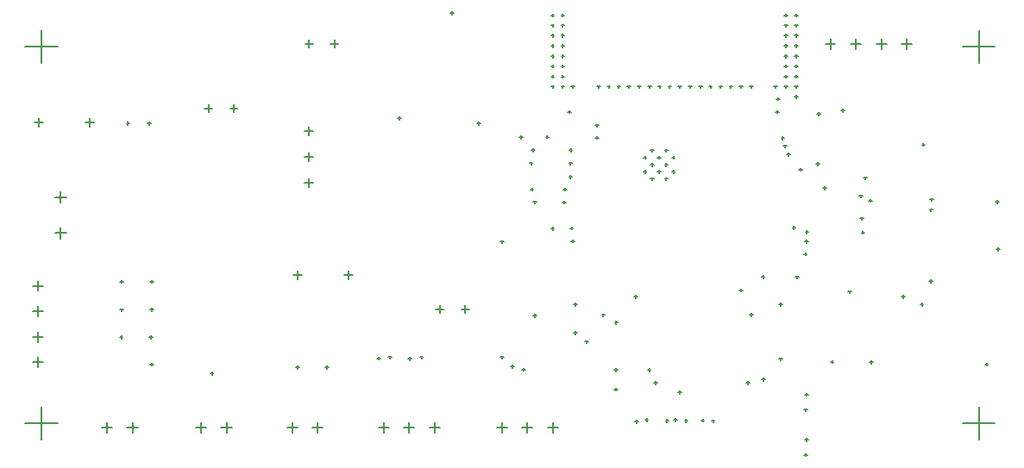
<source format=gbr>
%TF.GenerationSoftware,Altium Limited,Altium Designer,23.4.1 (23)*%
G04 Layer_Color=128*
%FSLAX45Y45*%
%MOMM*%
%TF.SameCoordinates,D6ADF24A-3376-43E2-8D1E-8FFFCD63A60F*%
%TF.FilePolarity,Positive*%
%TF.FileFunction,Drillmap*%
%TF.Part,Single*%
G01*
G75*
%TA.AperFunction,NonConductor*%
%ADD117C,0.12700*%
D117*
X320000Y1003000D02*
X420000D01*
X370000Y953000D02*
Y1053000D01*
X320000Y1253000D02*
X420000D01*
X370000Y1203000D02*
Y1303000D01*
X320000Y1503000D02*
X420000D01*
X370000Y1453000D02*
Y1553000D01*
X320000Y1753000D02*
X420000D01*
X370000Y1703000D02*
Y1803000D01*
X3374500Y1857000D02*
X3459500D01*
X3417000Y1814500D02*
Y1899500D01*
X2874500Y1857000D02*
X2959500D01*
X2917000Y1814500D02*
Y1899500D01*
X3240500Y4130000D02*
X3315500D01*
X3278000Y4092500D02*
Y4167500D01*
X2990500Y4130000D02*
X3065500D01*
X3028000Y4092500D02*
Y4167500D01*
X6448989Y3014809D02*
X6478989D01*
X6463989Y2999809D02*
Y3029809D01*
X6308989Y3014809D02*
X6338989D01*
X6323989Y2999809D02*
Y3029809D01*
X6588989Y3014809D02*
X6618989D01*
X6603989Y2999809D02*
Y3029809D01*
X6308989Y2874809D02*
X6338989D01*
X6323989Y2859809D02*
Y2889809D01*
X6448989Y2874809D02*
X6478989D01*
X6463989Y2859809D02*
Y2889809D01*
X6588989Y2874809D02*
X6618989D01*
X6603989Y2859809D02*
Y2889809D01*
X6378989Y3084809D02*
X6408989D01*
X6393989Y3069809D02*
Y3099809D01*
X6518989Y3084809D02*
X6548989D01*
X6533989Y3069809D02*
Y3099809D01*
X6378989Y2944809D02*
X6408989D01*
X6393989Y2929809D02*
Y2959809D01*
X6518989Y2944809D02*
X6548989D01*
X6533989Y2929809D02*
Y2959809D01*
X6378989Y2804809D02*
X6408989D01*
X6393989Y2789809D02*
Y2819809D01*
X6518989Y2804809D02*
X6548989D01*
X6533989Y2789809D02*
Y2819809D01*
X533000Y2624000D02*
X643000D01*
X588000Y2569000D02*
Y2679000D01*
X533000Y2274000D02*
X643000D01*
X588000Y2219000D02*
Y2329000D01*
X2982500Y2766000D02*
X3065500D01*
X3024000Y2724500D02*
Y2807500D01*
X2982500Y3020000D02*
X3065500D01*
X3024000Y2978500D02*
Y3061500D01*
X2982500Y3274000D02*
X3065500D01*
X3024000Y3232500D02*
Y3315500D01*
X1915499Y361000D02*
X2020499D01*
X1967999Y308500D02*
Y413500D01*
X2165500Y361000D02*
X2270500D01*
X2218000Y308500D02*
Y413500D01*
X3710000Y361000D02*
X3810000D01*
X3760000Y311000D02*
Y411000D01*
X3960000Y361000D02*
X4060000D01*
X4010000Y311000D02*
Y411000D01*
X4210000Y361000D02*
X4310000D01*
X4260000Y311000D02*
Y411000D01*
X992500Y362000D02*
X1097500D01*
X1045000Y309500D02*
Y414500D01*
X2809500Y361000D02*
X2914500D01*
X2862000Y308500D02*
Y413500D01*
X3059500Y361000D02*
X3164500D01*
X3112000Y308500D02*
Y413500D01*
X5370000Y364000D02*
X5470000D01*
X5420000Y314000D02*
Y414000D01*
X5120000Y364000D02*
X5220000D01*
X5170000Y314000D02*
Y414000D01*
X4870000Y364000D02*
X4970000D01*
X4920000Y314000D02*
Y414000D01*
X1242500Y362000D02*
X1347500D01*
X1295000Y309500D02*
Y414500D01*
X4272499Y1523000D02*
X4347500D01*
X4310000Y1485500D02*
Y1560500D01*
X4522499Y1523000D02*
X4597500D01*
X4560000Y1485500D02*
Y1560500D01*
X240000Y400000D02*
X560000D01*
X400000Y240000D02*
Y560000D01*
X240000Y4100000D02*
X560000D01*
X400000Y3940000D02*
Y4260000D01*
X9440000Y4100000D02*
X9760000D01*
X9600000Y3940000D02*
Y4260000D01*
X9440000Y400000D02*
X9760000D01*
X9600000Y240000D02*
Y560000D01*
X2001500Y3497000D02*
X2076500D01*
X2039000Y3459500D02*
Y3534500D01*
X2251500Y3497000D02*
X2326500D01*
X2289000Y3459500D02*
Y3534500D01*
X834500Y3356000D02*
X919500D01*
X877000Y3313500D02*
Y3398500D01*
X334500Y3356000D02*
X419500D01*
X377000Y3313500D02*
Y3398500D01*
X8844000Y4132000D02*
X8944000D01*
X8894000Y4082000D02*
Y4182000D01*
X8594000Y4132000D02*
X8694000D01*
X8644000Y4082000D02*
Y4182000D01*
X8344000Y4132000D02*
X8444000D01*
X8394000Y4082000D02*
Y4182000D01*
X8094000Y4132000D02*
X8194000D01*
X8144000Y4082000D02*
Y4182000D01*
X8013000Y3444000D02*
X8043000D01*
X8028000Y3429000D02*
Y3459000D01*
X7793000Y3611000D02*
X7823000D01*
X7808000Y3596000D02*
Y3626000D01*
X8469401Y2813870D02*
X8499401D01*
X8484401Y2798870D02*
Y2828870D01*
X7803000Y1839000D02*
X7833000D01*
X7818000Y1824000D02*
Y1854000D01*
X9774000Y2112000D02*
X9804000D01*
X9789000Y2097000D02*
Y2127000D01*
X9768000Y2580000D02*
X9798000D01*
X9783000Y2565000D02*
Y2595000D01*
X4907000Y1052000D02*
X4937000D01*
X4922000Y1037000D02*
Y1067000D01*
X8007000Y2951000D02*
X8037000D01*
X8022000Y2936000D02*
Y2966000D01*
X7468424Y1842398D02*
X7498424D01*
X7483424Y1827398D02*
Y1857398D01*
X5601809Y2192809D02*
X5631809D01*
X5616809Y2177809D02*
Y2207809D01*
X6528001Y429707D02*
X6558001D01*
X6543001Y414707D02*
Y444707D01*
X8252000Y3476000D02*
X8282000D01*
X8267000Y3461000D02*
Y3491000D01*
X9041000Y3141000D02*
X9071000D01*
X9056000Y3126000D02*
Y3156000D01*
X7898043Y2282043D02*
X7928043D01*
X7913043Y2267043D02*
Y2297043D01*
X7686000Y3127000D02*
X7716000D01*
X7701000Y3112000D02*
Y3142000D01*
X7662000Y3204000D02*
X7692000D01*
X7677000Y3189000D02*
Y3219000D01*
X7716000Y3043000D02*
X7746000D01*
X7731000Y3028000D02*
Y3058000D01*
X7838000Y2896000D02*
X7868000D01*
X7853000Y2881000D02*
Y2911000D01*
X4905000Y2187000D02*
X4935000D01*
X4920000Y2172000D02*
Y2202000D01*
X5578000Y2827000D02*
X5608000D01*
X5593000Y2812000D02*
Y2842000D01*
X5838000Y3329000D02*
X5868000D01*
X5853000Y3314000D02*
Y3344000D01*
X5838000Y3209000D02*
X5868000D01*
X5853000Y3194000D02*
Y3224000D01*
X7772329Y2325000D02*
X7802329D01*
X7787329Y2310000D02*
Y2340000D01*
X8531000Y1006647D02*
X8561000D01*
X8546000Y991647D02*
Y1021647D01*
X8146000Y1008647D02*
X8176000D01*
X8161000Y993647D02*
Y1023647D01*
X7641500Y1572794D02*
X7671500D01*
X7656500Y1557794D02*
Y1587794D01*
X7640000Y1035000D02*
X7670000D01*
X7655000Y1020000D02*
Y1050000D01*
X9026999Y1572999D02*
X9056999D01*
X9041999Y1557999D02*
Y1587999D01*
X7352000Y1468000D02*
X7382000D01*
X7367000Y1453000D02*
Y1483000D01*
X5010000Y963000D02*
X5040000D01*
X5025000Y948000D02*
Y978000D01*
X5227500Y1460000D02*
X5257500D01*
X5242500Y1445000D02*
Y1475000D01*
X5227500Y2575000D02*
X5257500D01*
X5242500Y2560000D02*
Y2590000D01*
X5200000Y2700809D02*
X5230000D01*
X5215000Y2685809D02*
Y2715809D01*
X5523191Y2700809D02*
X5553191D01*
X5538191Y2685809D02*
Y2715809D01*
X1463000Y1251000D02*
X1493000D01*
X1478000Y1236000D02*
Y1266000D01*
X8845000Y1648000D02*
X8875000D01*
X8860000Y1633000D02*
Y1663000D01*
X9662300Y981500D02*
X9692300D01*
X9677300Y966500D02*
Y996500D01*
X8319000Y1695000D02*
X8349000D01*
X8334000Y1680000D02*
Y1710000D01*
X5517000Y2574000D02*
X5547000D01*
X5532000Y2559000D02*
Y2589000D01*
X7897000Y2190281D02*
X7927000D01*
X7912000Y2175281D02*
Y2205281D01*
X7884000Y2065281D02*
X7914000D01*
X7899000Y2050281D02*
Y2080281D01*
X8072000Y2712999D02*
X8102000D01*
X8087000Y2697999D02*
Y2727999D01*
X8449000Y2278000D02*
X8479000D01*
X8464000Y2263000D02*
Y2293000D01*
X5627000Y1572000D02*
X5657000D01*
X5642000Y1557000D02*
Y1587000D01*
X6218989Y1649000D02*
X6248989D01*
X6233989Y1634000D02*
Y1664000D01*
X1469000Y1796000D02*
X1499000D01*
X1484000Y1781000D02*
Y1811000D01*
X6412000Y800000D02*
X6442000D01*
X6427000Y785000D02*
Y815000D01*
X6651000Y706000D02*
X6681000D01*
X6666000Y691000D02*
Y721000D01*
X6610000Y437000D02*
X6640000D01*
X6625000Y422000D02*
Y452000D01*
X6877001Y430999D02*
X6907001D01*
X6892001Y415999D02*
Y445999D01*
X6326000Y439000D02*
X6356000D01*
X6341000Y424000D02*
Y454000D01*
X9113000Y1801000D02*
X9143000D01*
X9128000Y1786000D02*
Y1816000D01*
X8524000Y2591000D02*
X8554000D01*
X8539000Y2576000D02*
Y2606000D01*
X9121000Y2601000D02*
X9151000D01*
X9136000Y2586000D02*
Y2616000D01*
X9117201Y2499504D02*
X9147201D01*
X9132201Y2484504D02*
Y2514504D01*
X6228000Y420000D02*
X6258000D01*
X6243000Y405000D02*
Y435000D01*
X6978001Y425707D02*
X7008001D01*
X6993001Y410707D02*
Y440707D01*
X6714000Y427706D02*
X6744000D01*
X6729000Y412706D02*
Y442706D01*
X8439000Y2415000D02*
X8469000D01*
X8454000Y2400000D02*
Y2430000D01*
X8431000Y2635000D02*
X8461000D01*
X8446000Y2620000D02*
Y2650000D01*
X7885000Y94000D02*
X7915000D01*
X7900000Y79000D02*
Y109000D01*
X7897000Y244000D02*
X7927000D01*
X7912000Y229000D02*
Y259000D01*
X5900489Y1467489D02*
X5930489D01*
X5915489Y1452489D02*
Y1482489D01*
X7897000Y686000D02*
X7927000D01*
X7912000Y671000D02*
Y701000D01*
X5118000Y932000D02*
X5148000D01*
X5133000Y917000D02*
Y947000D01*
X5735000Y1205000D02*
X5765000D01*
X5750000Y1190000D02*
Y1220000D01*
X6027929Y1394000D02*
X6057929D01*
X6042929Y1379000D02*
Y1409000D01*
X6351000Y929000D02*
X6381000D01*
X6366000Y914000D02*
Y944000D01*
X7319000Y801000D02*
X7349000D01*
X7334000Y786000D02*
Y816000D01*
X6024000Y930000D02*
X6054000D01*
X6039000Y915000D02*
Y945000D01*
X6024000Y736000D02*
X6054000D01*
X6039000Y721000D02*
Y751000D01*
X7474000Y836000D02*
X7504000D01*
X7489000Y821000D02*
Y851000D01*
X7885000Y536000D02*
X7915000D01*
X7900000Y521000D02*
Y551000D01*
X5627000Y1291500D02*
X5657000D01*
X5642000Y1276500D02*
Y1306500D01*
X5402500Y2317000D02*
X5432500D01*
X5417500Y2302000D02*
Y2332000D01*
X6953001Y3711000D02*
X6983001D01*
X6968001Y3696000D02*
Y3726000D01*
X7053001Y3711000D02*
X7083001D01*
X7068001Y3696000D02*
Y3726000D01*
X7153001Y3711000D02*
X7183001D01*
X7168001Y3696000D02*
Y3726000D01*
X7253002Y3711000D02*
X7283002D01*
X7268002Y3696000D02*
Y3726000D01*
X7353002Y3711000D02*
X7383001D01*
X7368002Y3696000D02*
Y3726000D01*
X7593002Y3711000D02*
X7623002D01*
X7608002Y3696000D02*
Y3726000D01*
X6253001Y3711000D02*
X6283001D01*
X6268001Y3696000D02*
Y3726000D01*
X6353001Y3711000D02*
X6383001D01*
X6368001Y3696000D02*
Y3726000D01*
X6453001Y3711000D02*
X6483001D01*
X6468001Y3696000D02*
Y3726000D01*
X6553001Y3711000D02*
X6583001D01*
X6568001Y3696000D02*
Y3726000D01*
X6653001Y3711000D02*
X6683001D01*
X6668001Y3696000D02*
Y3726000D01*
X6753001Y3711000D02*
X6783001D01*
X6768001Y3696000D02*
Y3726000D01*
X6853001Y3711000D02*
X6883001D01*
X6868001Y3696000D02*
Y3726000D01*
X5603000Y3711000D02*
X5633000D01*
X5618000Y3696000D02*
Y3726000D01*
X5853000Y3711000D02*
X5883000D01*
X5868000Y3696000D02*
Y3726000D01*
X5953000Y3711000D02*
X5983000D01*
X5968000Y3696000D02*
Y3726000D01*
X6053000Y3711000D02*
X6083000D01*
X6068000Y3696000D02*
Y3726000D01*
X6153001Y3711000D02*
X6183001D01*
X6168001Y3696000D02*
Y3726000D01*
X5095000Y3214000D02*
X5125000D01*
X5110000Y3199000D02*
Y3229000D01*
X5350000Y3217000D02*
X5380000D01*
X5365000Y3202000D02*
Y3232000D01*
X5581000Y3085000D02*
X5611000D01*
X5596000Y3070000D02*
Y3100000D01*
X5212000Y3085000D02*
X5242000D01*
X5227000Y3070000D02*
Y3100000D01*
X5578000Y2956000D02*
X5608000D01*
X5593000Y2941000D02*
Y2971000D01*
X5192000Y2956000D02*
X5222000D01*
X5207000Y2941000D02*
Y2971000D01*
X2058000Y896000D02*
X2088000D01*
X2073000Y881000D02*
Y911000D01*
X5590000Y2319809D02*
X5620000D01*
X5605000Y2304809D02*
Y2334809D01*
X7613809Y3589809D02*
X7643809D01*
X7628809Y3574809D02*
Y3604809D01*
X7608809Y3462809D02*
X7638809D01*
X7623809Y3447809D02*
Y3477809D01*
X5566000Y3462380D02*
X5596000D01*
X5581000Y3447380D02*
Y3477380D01*
X4679000Y3348000D02*
X4709000D01*
X4694000Y3333000D02*
Y3363000D01*
X5503000Y4411000D02*
X5533000D01*
X5518000Y4396000D02*
Y4426000D01*
X5503000Y4311000D02*
X5533000D01*
X5518000Y4296000D02*
Y4326000D01*
X5503000Y4211000D02*
X5533000D01*
X5518000Y4196000D02*
Y4226000D01*
X5503000Y4111000D02*
X5533000D01*
X5518000Y4096000D02*
Y4126000D01*
X5503000Y4011000D02*
X5533000D01*
X5518000Y3996000D02*
Y4026000D01*
X5503000Y3911000D02*
X5533000D01*
X5518000Y3896000D02*
Y3926000D01*
X5503000Y3811000D02*
X5533000D01*
X5518000Y3796000D02*
Y3826000D01*
X5503000Y3711000D02*
X5533000D01*
X5518000Y3696000D02*
Y3726000D01*
X7693000Y4411000D02*
X7723000D01*
X7708000Y4396000D02*
Y4426000D01*
X7693000Y4311000D02*
X7723000D01*
X7708000Y4296000D02*
Y4326000D01*
X7693000Y4211000D02*
X7723000D01*
X7708000Y4196000D02*
Y4226000D01*
X7693000Y4111000D02*
X7723000D01*
X7708000Y4096000D02*
Y4126000D01*
X7693000Y4011000D02*
X7723000D01*
X7708000Y3996000D02*
Y4026000D01*
X7693000Y3911000D02*
X7723000D01*
X7708000Y3896000D02*
Y3926000D01*
X7693000Y3811000D02*
X7723000D01*
X7708000Y3796000D02*
Y3826000D01*
X7693000Y3711000D02*
X7723000D01*
X7708000Y3696000D02*
Y3726000D01*
X5403000Y4411000D02*
X5433000D01*
X5418000Y4396000D02*
Y4426000D01*
X7793000Y4411000D02*
X7823000D01*
X7808000Y4396000D02*
Y4426000D01*
X5403000Y3711000D02*
X5433000D01*
X5418000Y3696000D02*
Y3726000D01*
X5403000Y3811000D02*
X5433000D01*
X5418000Y3796000D02*
Y3826000D01*
X5403000Y3911000D02*
X5433000D01*
X5418000Y3896000D02*
Y3926000D01*
X5403000Y4011000D02*
X5433000D01*
X5418000Y3996000D02*
Y4026000D01*
X5403000Y4111000D02*
X5433000D01*
X5418000Y4096000D02*
Y4126000D01*
X5403000Y4211000D02*
X5433000D01*
X5418000Y4196000D02*
Y4226000D01*
X5403000Y4311000D02*
X5433000D01*
X5418000Y4296000D02*
Y4326000D01*
X7793000Y3711000D02*
X7823000D01*
X7808000Y3696000D02*
Y3726000D01*
X7793000Y3811000D02*
X7823000D01*
X7808000Y3796000D02*
Y3826000D01*
X7793000Y3911000D02*
X7823000D01*
X7808000Y3896000D02*
Y3926000D01*
X7793000Y4011000D02*
X7823000D01*
X7808000Y3996000D02*
Y4026000D01*
X7793000Y4111000D02*
X7823000D01*
X7808000Y4096000D02*
Y4126000D01*
X7793000Y4211000D02*
X7823000D01*
X7808000Y4196000D02*
Y4226000D01*
X7793000Y4311000D02*
X7823000D01*
X7808000Y4296000D02*
Y4326000D01*
X1235000Y3351000D02*
X1265000D01*
X1250000Y3336000D02*
Y3366000D01*
X3900000Y3400000D02*
X3930000D01*
X3915000Y3385000D02*
Y3415000D01*
X4416000Y4434000D02*
X4446000D01*
X4431000Y4419000D02*
Y4449000D01*
X4116000Y1051000D02*
X4146000D01*
X4131000Y1036000D02*
Y1066000D01*
X2899000Y952000D02*
X2929000D01*
X2914000Y937000D02*
Y967000D01*
X1171600Y1517000D02*
X1201600D01*
X1186600Y1502000D02*
Y1532000D01*
X1171600Y1796000D02*
X1201600D01*
X1186600Y1781000D02*
Y1811000D01*
X1169600Y1252000D02*
X1199600D01*
X1184600Y1237000D02*
Y1267000D01*
X1444000Y3348000D02*
X1474000D01*
X1459000Y3333000D02*
Y3363000D01*
X1467600Y1523000D02*
X1497600D01*
X1482600Y1508000D02*
Y1538000D01*
X1469000Y982000D02*
X1499000D01*
X1484000Y967000D02*
Y997000D01*
X3188000Y953000D02*
X3218000D01*
X3203000Y938000D02*
Y968000D01*
X7254000Y1711000D02*
X7284000D01*
X7269000Y1696000D02*
Y1726000D01*
X4000000Y1040000D02*
X4030000D01*
X4015000Y1025000D02*
Y1055000D01*
X3694000Y1042000D02*
X3724000D01*
X3709000Y1027000D02*
Y1057000D01*
X3806000Y1052000D02*
X3836000D01*
X3821000Y1037000D02*
Y1067000D01*
%TF.MD5,c79be0414edc0aec0d6aa8bcbaf876ee*%
M02*

</source>
